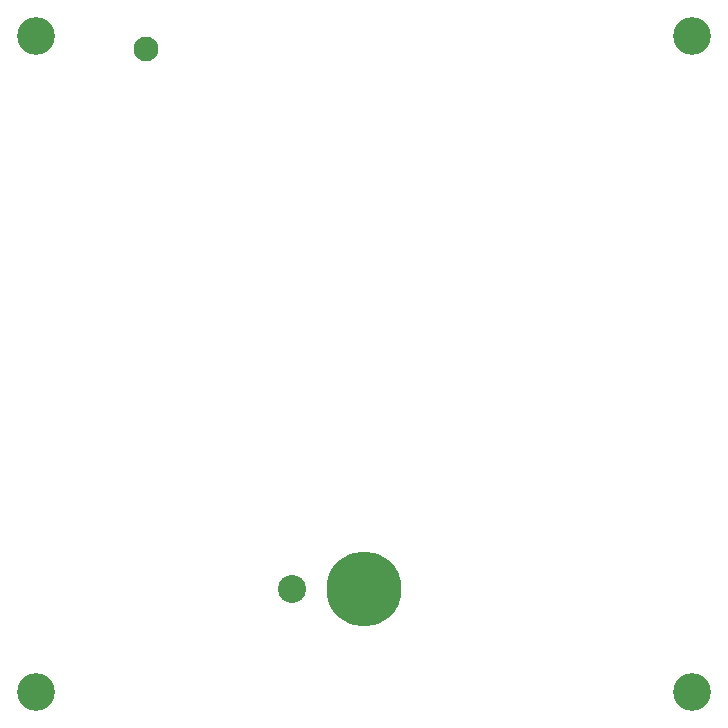
<source format=gbr>
%TF.GenerationSoftware,KiCad,Pcbnew,7.0.9*%
%TF.CreationDate,2024-01-09T22:17:14+09:00*%
%TF.ProjectId,f_panel,665f7061-6e65-46c2-9e6b-696361645f70,rev?*%
%TF.SameCoordinates,Original*%
%TF.FileFunction,Soldermask,Bot*%
%TF.FilePolarity,Negative*%
%FSLAX46Y46*%
G04 Gerber Fmt 4.6, Leading zero omitted, Abs format (unit mm)*
G04 Created by KiCad (PCBNEW 7.0.9) date 2024-01-09 22:17:14*
%MOMM*%
%LPD*%
G01*
G04 APERTURE LIST*
%ADD10C,2.100000*%
%ADD11C,3.200000*%
%ADD12C,2.380000*%
%ADD13C,6.350000*%
G04 APERTURE END LIST*
D10*
%TO.C,REF\u002A\u002A*%
X113335000Y-55080000D03*
%TD*%
D11*
%TO.C,REF\u002A\u002A*%
X159500000Y-54000000D03*
%TD*%
%TO.C,REF\u002A\u002A*%
X104000000Y-109500000D03*
%TD*%
D12*
%TO.C,REF\u002A\u002A*%
X125650000Y-100800000D03*
D13*
X131750000Y-100800000D03*
%TD*%
D11*
%TO.C,REF\u002A\u002A*%
X159500000Y-109500000D03*
%TD*%
%TO.C,REF\u002A\u002A*%
X104000000Y-54000000D03*
%TD*%
M02*

</source>
